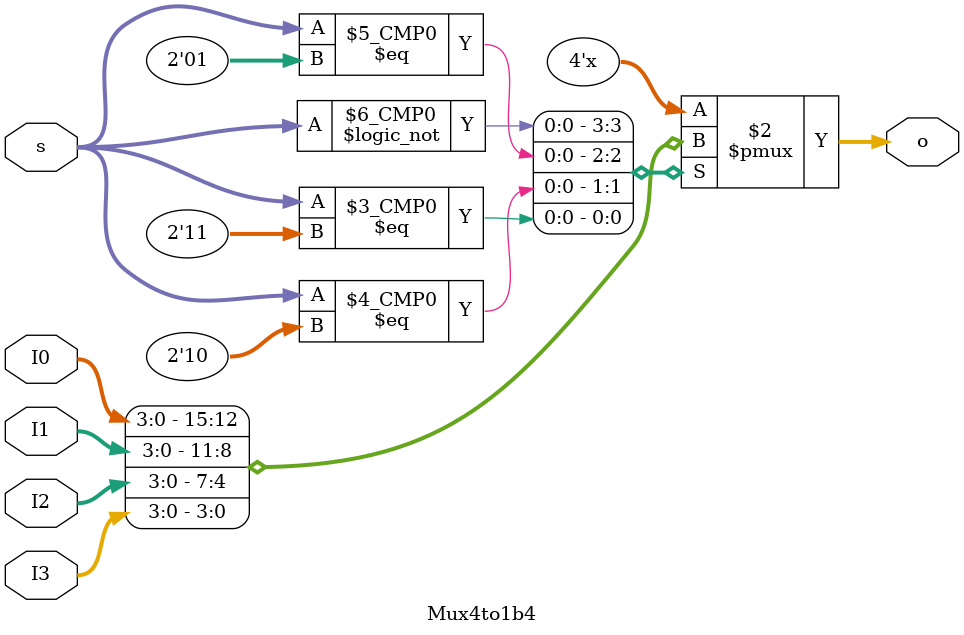
<source format=v>
`timescale 1ns / 1ps
module Mux4to1b4(
	input[1:0]s,
	input[3:0]I0,
	input[3:0]I1,
	input[3:0]I2,
	input[3:0]I3,
	output reg[3:0]o
    );
	 always@(*)
	 begin
		case(s)
		2'b00:o=I0;
		2'b01:o=I1;
		2'b10:o=I2;
		2'b11:o=I3;
		endcase
	 end
endmodule

</source>
